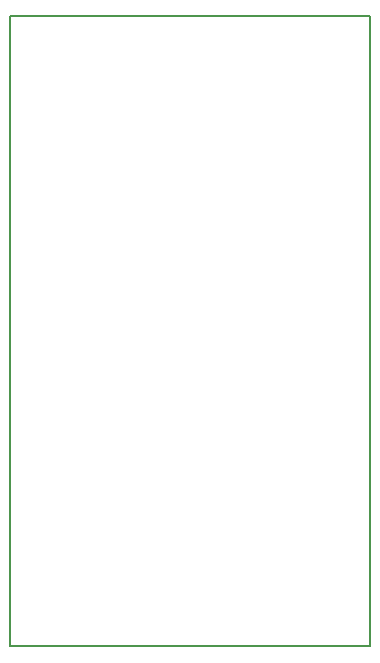
<source format=gbr>
G04 DipTrace 3.3.1.3*
G04 BoardOutline.gbr*
%MOMM*%
G04 #@! TF.FileFunction,Profile*
G04 #@! TF.Part,Single*
%ADD11C,0.14*%
%FSLAX35Y35*%
G04*
G71*
G90*
G75*
G01*
G04 BoardOutline*
%LPD*%
X1000000Y6334000D2*
D11*
X4048000D1*
Y1000000D1*
X1000000D1*
Y6334000D1*
M02*

</source>
